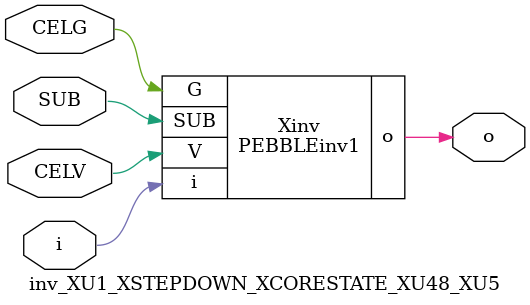
<source format=v>



module PEBBLEinv1 ( o, G, SUB, V, i );

  input V;
  input i;
  input G;
  output o;
  input SUB;
endmodule

//Celera Confidential Do Not Copy inv_XU1_XSTEPDOWN_XCORESTATE_XU48_XU5
//Celera Confidential Symbol Generator
//5V Inverter
module inv_XU1_XSTEPDOWN_XCORESTATE_XU48_XU5 (CELV,CELG,i,o,SUB);
input CELV;
input CELG;
input i;
input SUB;
output o;

//Celera Confidential Do Not Copy inv
PEBBLEinv1 Xinv(
.V (CELV),
.i (i),
.o (o),
.SUB (SUB),
.G (CELG)
);
//,diesize,PEBBLEinv1

//Celera Confidential Do Not Copy Module End
//Celera Schematic Generator
endmodule

</source>
